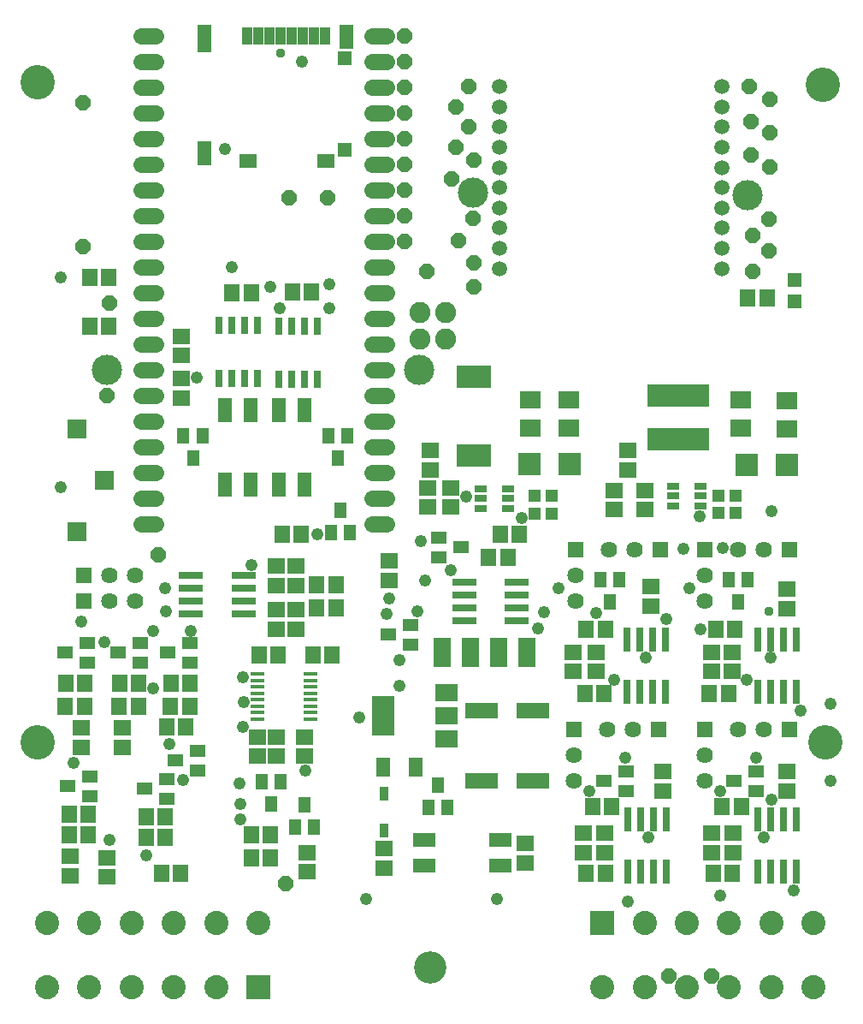
<source format=gts>
G75*
%MOIN*%
%OFA0B0*%
%FSLAX25Y25*%
%IPPOS*%
%LPD*%
%AMOC8*
5,1,8,0,0,1.08239X$1,22.5*
%
%ADD10C,0.11824*%
%ADD11C,0.13398*%
%ADD12C,0.12611*%
%ADD13C,0.09400*%
%ADD14R,0.09400X0.09400*%
%ADD15C,0.05950*%
%ADD16R,0.03162X0.09461*%
%ADD17R,0.03162X0.07099*%
%ADD18R,0.09461X0.03162*%
%ADD19R,0.03950X0.06706*%
%ADD20R,0.05328X0.10643*%
%ADD21R,0.05328X0.09461*%
%ADD22R,0.05367X0.05721*%
%ADD23R,0.05367X0.05524*%
%ADD24R,0.06706X0.05328*%
%ADD25R,0.05918X0.06706*%
%ADD26R,0.06400X0.06400*%
%ADD27C,0.06400*%
%ADD28R,0.06312X0.04737*%
%ADD29R,0.06706X0.05918*%
%ADD30C,0.08200*%
%ADD31R,0.04737X0.06312*%
%ADD32OC8,0.05950*%
%ADD33R,0.05300X0.01700*%
%ADD34R,0.04600X0.01300*%
%ADD35R,0.04737X0.03162*%
%ADD36R,0.08674X0.08674*%
%ADD37R,0.13400X0.08700*%
%ADD38R,0.24422X0.08674*%
%ADD39R,0.05131X0.04737*%
%ADD40R,0.07887X0.07099*%
%ADD41R,0.05500X0.09500*%
%ADD42R,0.08674X0.06706*%
%ADD43R,0.08674X0.15761*%
%ADD44R,0.05800X0.07200*%
%ADD45R,0.08674X0.05524*%
%ADD46R,0.12611X0.06312*%
%ADD47C,0.06400*%
%ADD48R,0.03556X0.05524*%
%ADD49R,0.07296X0.07296*%
%ADD50R,0.07099X0.11430*%
%ADD51R,0.05524X0.05524*%
%ADD52C,0.04800*%
%ADD53C,0.04762*%
%ADD54C,0.03700*%
D10*
X0130934Y0311834D03*
X0252334Y0311834D03*
X0273334Y0380834D03*
X0380334Y0379834D03*
D11*
X0409834Y0422834D03*
X0103834Y0423834D03*
X0103834Y0166834D03*
X0410834Y0166834D03*
D12*
X0256834Y0079197D03*
D13*
X0107307Y0071480D03*
X0123803Y0071480D03*
X0140299Y0071480D03*
X0156795Y0071480D03*
X0173291Y0071480D03*
X0173291Y0096480D03*
X0156795Y0096480D03*
X0140299Y0096480D03*
X0123803Y0096480D03*
X0107307Y0096480D03*
X0189787Y0096480D03*
X0323842Y0071480D03*
X0340299Y0071480D03*
X0356756Y0071480D03*
X0373212Y0071480D03*
X0389669Y0071480D03*
X0406126Y0071480D03*
X0406126Y0096480D03*
X0389669Y0096480D03*
X0373212Y0096480D03*
X0356756Y0096480D03*
X0340299Y0096480D03*
D14*
X0323842Y0096480D03*
X0189787Y0071480D03*
D15*
X0283685Y0351401D03*
X0283685Y0359275D03*
X0283685Y0367149D03*
X0283685Y0375023D03*
X0283685Y0382897D03*
X0283685Y0390771D03*
X0283685Y0398645D03*
X0283685Y0406519D03*
X0283685Y0414393D03*
X0283685Y0422267D03*
X0370299Y0422267D03*
X0370299Y0414393D03*
X0370299Y0406519D03*
X0370299Y0398645D03*
X0370299Y0390771D03*
X0370299Y0382897D03*
X0370299Y0375023D03*
X0370299Y0367149D03*
X0370299Y0359275D03*
X0370299Y0351401D03*
D16*
X0384334Y0207071D03*
X0389334Y0207071D03*
X0394334Y0207071D03*
X0399334Y0207071D03*
X0399334Y0186598D03*
X0394334Y0186598D03*
X0389334Y0186598D03*
X0384334Y0186598D03*
X0348334Y0186598D03*
X0343334Y0186598D03*
X0338334Y0186598D03*
X0333334Y0186598D03*
X0333334Y0207071D03*
X0338334Y0207071D03*
X0343334Y0207071D03*
X0348334Y0207071D03*
X0348834Y0137071D03*
X0343834Y0137071D03*
X0338834Y0137071D03*
X0333834Y0137071D03*
X0333834Y0116598D03*
X0338834Y0116598D03*
X0343834Y0116598D03*
X0348834Y0116598D03*
X0384334Y0116598D03*
X0389334Y0116598D03*
X0394334Y0116598D03*
X0399334Y0116598D03*
X0399334Y0137071D03*
X0394334Y0137071D03*
X0389334Y0137071D03*
X0384334Y0137071D03*
D17*
X0212752Y0308413D03*
X0207752Y0308413D03*
X0202752Y0308413D03*
X0197752Y0308413D03*
X0189602Y0308689D03*
X0184602Y0308689D03*
X0179602Y0308689D03*
X0174602Y0308689D03*
X0197752Y0328885D03*
X0202752Y0328885D03*
X0207752Y0328885D03*
X0212752Y0328885D03*
X0189602Y0329161D03*
X0184602Y0329161D03*
X0179602Y0329161D03*
X0174602Y0329161D03*
D18*
X0184071Y0231834D03*
X0184071Y0226834D03*
X0184071Y0221834D03*
X0184071Y0216834D03*
X0163598Y0216834D03*
X0163598Y0221834D03*
X0163598Y0226834D03*
X0163598Y0231834D03*
X0270098Y0229334D03*
X0270098Y0224334D03*
X0270098Y0219334D03*
X0270098Y0214334D03*
X0290571Y0214334D03*
X0290571Y0219334D03*
X0290571Y0224334D03*
X0290571Y0229334D03*
D19*
X0215693Y0442027D03*
X0211362Y0442027D03*
X0207031Y0442027D03*
X0202700Y0442027D03*
X0198370Y0442027D03*
X0194039Y0442027D03*
X0189708Y0442027D03*
X0185378Y0442027D03*
D20*
X0168803Y0441043D03*
D21*
X0224241Y0441634D03*
X0168803Y0396437D03*
D22*
X0223527Y0433169D03*
D23*
X0223527Y0397736D03*
D24*
X0216283Y0393405D03*
X0185653Y0393405D03*
D25*
X0131574Y0347834D03*
X0124094Y0347834D03*
X0124094Y0328834D03*
X0131574Y0328834D03*
X0179594Y0341834D03*
X0187074Y0341834D03*
X0203094Y0342334D03*
X0210574Y0342334D03*
X0206574Y0247834D03*
X0199094Y0247834D03*
X0212594Y0228334D03*
X0220074Y0228334D03*
X0220074Y0219334D03*
X0212594Y0219334D03*
X0211094Y0200834D03*
X0218574Y0200834D03*
X0197574Y0200834D03*
X0190094Y0200834D03*
X0163174Y0189834D03*
X0155694Y0189834D03*
X0155594Y0180834D03*
X0163074Y0180834D03*
X0161574Y0172834D03*
X0154094Y0172834D03*
X0143074Y0180834D03*
X0135594Y0180834D03*
X0135694Y0189834D03*
X0143174Y0189834D03*
X0122174Y0189834D03*
X0114694Y0189834D03*
X0114594Y0180834D03*
X0122074Y0180834D03*
X0123574Y0138834D03*
X0116094Y0138834D03*
X0116094Y0130834D03*
X0123574Y0130834D03*
X0146094Y0129834D03*
X0153574Y0129834D03*
X0153574Y0137834D03*
X0146094Y0137834D03*
X0152094Y0115834D03*
X0159574Y0115834D03*
X0187094Y0121834D03*
X0194574Y0121834D03*
X0194574Y0130834D03*
X0187094Y0130834D03*
X0317594Y0115834D03*
X0325074Y0115834D03*
X0327574Y0141834D03*
X0320094Y0141834D03*
X0370594Y0141834D03*
X0378074Y0141834D03*
X0374574Y0115834D03*
X0367094Y0115834D03*
X0365494Y0185834D03*
X0372974Y0185834D03*
X0375574Y0210834D03*
X0368094Y0210834D03*
X0325074Y0210834D03*
X0317594Y0210834D03*
X0317094Y0185834D03*
X0324574Y0185834D03*
X0287074Y0238834D03*
X0279594Y0238834D03*
X0284094Y0247834D03*
X0291574Y0247834D03*
X0380594Y0339834D03*
X0388074Y0339834D03*
D26*
X0396834Y0241834D03*
X0363834Y0241834D03*
X0346334Y0241834D03*
X0313334Y0241834D03*
X0312834Y0171834D03*
X0345834Y0171834D03*
X0363834Y0171834D03*
X0396834Y0171834D03*
X0121834Y0221834D03*
X0121834Y0231834D03*
D27*
X0131834Y0231834D03*
X0141834Y0231834D03*
X0141834Y0221834D03*
X0131834Y0221834D03*
X0313334Y0221834D03*
X0313334Y0231834D03*
X0326334Y0241834D03*
X0336334Y0241834D03*
X0363834Y0231834D03*
X0376834Y0241834D03*
X0386834Y0241834D03*
X0363834Y0221834D03*
X0376834Y0171834D03*
X0386834Y0171834D03*
X0363834Y0161834D03*
X0363834Y0151834D03*
X0335834Y0171834D03*
X0325834Y0171834D03*
X0312834Y0161834D03*
X0312834Y0151834D03*
D28*
X0324504Y0151834D03*
X0333165Y0148094D03*
X0333165Y0155574D03*
X0375004Y0151834D03*
X0383665Y0148094D03*
X0383665Y0155574D03*
X0249165Y0205094D03*
X0249165Y0212574D03*
X0240504Y0208834D03*
X0260004Y0239094D03*
X0260004Y0246574D03*
X0268665Y0242834D03*
X0163165Y0205574D03*
X0154504Y0201834D03*
X0163165Y0198094D03*
X0143665Y0198094D03*
X0135004Y0201834D03*
X0143665Y0205574D03*
X0123165Y0205574D03*
X0114504Y0201834D03*
X0123165Y0198094D03*
X0166165Y0163574D03*
X0157504Y0159834D03*
X0166165Y0156094D03*
X0154165Y0152574D03*
X0154165Y0145094D03*
X0145504Y0148834D03*
X0124165Y0146094D03*
X0115504Y0149834D03*
X0124165Y0153574D03*
D29*
X0120834Y0165094D03*
X0120834Y0172574D03*
X0136834Y0172574D03*
X0136834Y0165094D03*
X0189334Y0161594D03*
X0196834Y0161594D03*
X0207834Y0161594D03*
X0207834Y0169074D03*
X0196834Y0169074D03*
X0189334Y0169074D03*
X0196834Y0211094D03*
X0204334Y0211094D03*
X0204334Y0218574D03*
X0196834Y0218574D03*
X0196834Y0228094D03*
X0196834Y0235574D03*
X0204334Y0235574D03*
X0204334Y0228094D03*
X0240834Y0230094D03*
X0240834Y0237574D03*
X0255834Y0258594D03*
X0264834Y0258594D03*
X0264834Y0266074D03*
X0255834Y0266074D03*
X0256834Y0273094D03*
X0256834Y0280574D03*
X0328334Y0265074D03*
X0333834Y0273094D03*
X0340334Y0265074D03*
X0340334Y0257594D03*
X0328334Y0257594D03*
X0333834Y0280574D03*
X0342834Y0227574D03*
X0342834Y0220094D03*
X0321334Y0202074D03*
X0321334Y0194594D03*
X0312434Y0194594D03*
X0312434Y0202074D03*
X0366334Y0202074D03*
X0374334Y0202074D03*
X0374334Y0194594D03*
X0366334Y0194594D03*
X0395834Y0219094D03*
X0395834Y0226574D03*
X0395834Y0155574D03*
X0395834Y0148094D03*
X0374834Y0131574D03*
X0366334Y0131574D03*
X0366334Y0124094D03*
X0374834Y0124094D03*
X0347334Y0148094D03*
X0347334Y0155574D03*
X0324834Y0131574D03*
X0316334Y0131574D03*
X0316334Y0124094D03*
X0324834Y0124094D03*
X0293834Y0127574D03*
X0293834Y0120094D03*
X0238834Y0118094D03*
X0238834Y0125574D03*
X0208834Y0124074D03*
X0208834Y0116594D03*
X0130834Y0114594D03*
X0130834Y0122074D03*
X0116334Y0122574D03*
X0116334Y0115094D03*
X0159834Y0301094D03*
X0159834Y0308574D03*
X0159834Y0317594D03*
X0159834Y0325074D03*
D30*
X0252834Y0323834D03*
X0262834Y0323834D03*
X0262834Y0334334D03*
X0252834Y0334334D03*
D31*
X0224574Y0286165D03*
X0217094Y0286165D03*
X0220834Y0277504D03*
X0221834Y0257165D03*
X0218094Y0248504D03*
X0225574Y0248504D03*
X0164334Y0277504D03*
X0160594Y0286165D03*
X0168074Y0286165D03*
X0323094Y0230165D03*
X0330574Y0230165D03*
X0326834Y0221504D03*
X0373094Y0230165D03*
X0380574Y0230165D03*
X0376834Y0221504D03*
X0259834Y0150165D03*
X0256094Y0141504D03*
X0263574Y0141504D03*
X0211574Y0134004D03*
X0204094Y0134004D03*
X0207834Y0142665D03*
X0194834Y0143004D03*
X0191094Y0151665D03*
X0198574Y0151665D03*
D32*
X0200334Y0111834D03*
X0349834Y0075834D03*
X0366334Y0075834D03*
X0150834Y0239834D03*
X0130756Y0301867D03*
X0131834Y0337834D03*
X0121504Y0359882D03*
X0201834Y0378834D03*
X0216834Y0378834D03*
X0246834Y0381834D03*
X0246834Y0371834D03*
X0246834Y0361834D03*
X0267740Y0362149D03*
X0273795Y0353775D03*
X0273740Y0344401D03*
X0255334Y0350334D03*
X0273295Y0371023D03*
X0265240Y0386397D03*
X0273795Y0393771D03*
X0266740Y0398645D03*
X0271795Y0406519D03*
X0266740Y0414433D03*
X0271795Y0422274D03*
X0246834Y0421834D03*
X0246834Y0431834D03*
X0246834Y0441834D03*
X0246834Y0411834D03*
X0246834Y0401834D03*
X0246834Y0391834D03*
X0121504Y0415882D03*
X0381244Y0422267D03*
X0389086Y0417393D03*
X0381744Y0408559D03*
X0389086Y0404137D03*
X0381744Y0395756D03*
X0389078Y0390889D03*
X0388744Y0370531D03*
X0382578Y0364149D03*
X0388744Y0358275D03*
X0382586Y0350401D03*
D33*
X0210084Y0193584D03*
X0210084Y0191084D03*
X0210084Y0188584D03*
X0210084Y0186084D03*
X0210084Y0183584D03*
X0210084Y0181084D03*
X0210084Y0178584D03*
X0210084Y0176084D03*
X0189584Y0176084D03*
X0189584Y0178584D03*
X0189584Y0181084D03*
X0189584Y0183584D03*
X0189584Y0186084D03*
X0189584Y0188584D03*
X0189584Y0191084D03*
X0189584Y0193584D03*
D34*
X0189634Y0193584D03*
X0189634Y0191084D03*
X0189634Y0188584D03*
X0189634Y0186084D03*
X0189634Y0183584D03*
X0189634Y0181084D03*
X0189634Y0178584D03*
X0189634Y0176084D03*
X0210034Y0176084D03*
X0210034Y0178584D03*
X0210034Y0181084D03*
X0210034Y0183584D03*
X0210034Y0186084D03*
X0210034Y0188584D03*
X0210034Y0191084D03*
X0210034Y0193584D03*
D35*
X0276421Y0258094D03*
X0276421Y0261834D03*
X0276421Y0265574D03*
X0287248Y0265574D03*
X0287248Y0261834D03*
X0287248Y0258094D03*
X0351421Y0259094D03*
X0351421Y0262834D03*
X0351421Y0266574D03*
X0362248Y0266574D03*
X0362248Y0262834D03*
X0362248Y0259094D03*
D36*
X0379960Y0274834D03*
X0395708Y0274834D03*
X0311208Y0275334D03*
X0295460Y0275334D03*
D37*
X0273834Y0278484D03*
X0273834Y0309184D03*
D38*
X0353334Y0301799D03*
X0353334Y0284870D03*
D39*
X0368988Y0262834D03*
X0368988Y0256334D03*
X0375681Y0256334D03*
X0375681Y0262834D03*
X0304181Y0262834D03*
X0297488Y0262834D03*
X0297488Y0255834D03*
X0304181Y0255834D03*
D40*
X0310834Y0289323D03*
X0310834Y0300346D03*
X0295834Y0300346D03*
X0295834Y0289323D03*
X0377834Y0289323D03*
X0377834Y0300346D03*
X0395834Y0299846D03*
X0395834Y0288823D03*
D41*
X0207784Y0296384D03*
X0197884Y0296384D03*
X0186784Y0296384D03*
X0176884Y0296384D03*
X0176884Y0267284D03*
X0186784Y0267284D03*
X0197884Y0267284D03*
X0207784Y0267284D03*
D42*
X0263236Y0186389D03*
X0263236Y0177334D03*
X0263236Y0168279D03*
D43*
X0238433Y0177334D03*
D44*
X0238584Y0157334D03*
X0251084Y0157334D03*
D45*
X0254571Y0128834D03*
X0254571Y0118834D03*
X0284098Y0118834D03*
X0284098Y0128834D03*
D46*
X0276834Y0151834D03*
X0296834Y0151834D03*
X0296834Y0179334D03*
X0276834Y0179334D03*
D47*
X0239634Y0251834D02*
X0234034Y0251834D01*
X0234034Y0261834D02*
X0239634Y0261834D01*
X0239634Y0271834D02*
X0234034Y0271834D01*
X0234034Y0281834D02*
X0239634Y0281834D01*
X0239634Y0291834D02*
X0234034Y0291834D01*
X0234034Y0301834D02*
X0239634Y0301834D01*
X0239634Y0311834D02*
X0234034Y0311834D01*
X0234034Y0321834D02*
X0239634Y0321834D01*
X0239634Y0331834D02*
X0234034Y0331834D01*
X0234034Y0341834D02*
X0239634Y0341834D01*
X0239634Y0351834D02*
X0234034Y0351834D01*
X0234034Y0361834D02*
X0239634Y0361834D01*
X0239634Y0371834D02*
X0234034Y0371834D01*
X0234034Y0381834D02*
X0239634Y0381834D01*
X0239634Y0391834D02*
X0234034Y0391834D01*
X0234034Y0401834D02*
X0239634Y0401834D01*
X0239634Y0411834D02*
X0234034Y0411834D01*
X0234034Y0421834D02*
X0239634Y0421834D01*
X0239634Y0431834D02*
X0234034Y0431834D01*
X0234034Y0441834D02*
X0239634Y0441834D01*
X0149634Y0441834D02*
X0144034Y0441834D01*
X0144034Y0431834D02*
X0149634Y0431834D01*
X0149634Y0421834D02*
X0144034Y0421834D01*
X0144034Y0411834D02*
X0149634Y0411834D01*
X0149634Y0401834D02*
X0144034Y0401834D01*
X0144034Y0391834D02*
X0149634Y0391834D01*
X0149634Y0381834D02*
X0144034Y0381834D01*
X0144034Y0371834D02*
X0149634Y0371834D01*
X0149634Y0361834D02*
X0144034Y0361834D01*
X0144034Y0351834D02*
X0149634Y0351834D01*
X0149634Y0341834D02*
X0144034Y0341834D01*
X0144034Y0331834D02*
X0149634Y0331834D01*
X0149634Y0321834D02*
X0144034Y0321834D01*
X0144034Y0311834D02*
X0149634Y0311834D01*
X0149634Y0301834D02*
X0144034Y0301834D01*
X0144034Y0291834D02*
X0149634Y0291834D01*
X0149634Y0281834D02*
X0144034Y0281834D01*
X0144034Y0271834D02*
X0149634Y0271834D01*
X0149634Y0261834D02*
X0144034Y0261834D01*
X0144034Y0251834D02*
X0149634Y0251834D01*
D48*
X0238834Y0147118D03*
X0238834Y0132551D03*
D49*
X0119234Y0248834D03*
X0129834Y0268834D03*
X0119234Y0288834D03*
D50*
X0261323Y0201834D03*
X0272346Y0201834D03*
X0283323Y0201834D03*
X0294346Y0201834D03*
D51*
X0398834Y0338700D03*
X0398834Y0346968D03*
D52*
X0370834Y0242484D03*
X0348634Y0214834D03*
X0328384Y0191334D03*
X0301184Y0217584D03*
X0253084Y0245234D03*
X0240834Y0222834D03*
X0244884Y0188934D03*
X0229134Y0176784D03*
X0208234Y0155884D03*
X0184234Y0182784D03*
X0183734Y0192234D03*
X0154984Y0166184D03*
X0131634Y0128834D03*
X0146184Y0122834D03*
X0112834Y0266284D03*
X0380134Y0191334D03*
X0401284Y0179284D03*
X0389884Y0144684D03*
X0398584Y0109384D03*
D53*
X0369834Y0107334D03*
X0386834Y0129834D03*
X0369834Y0147834D03*
X0383834Y0160834D03*
X0412834Y0151834D03*
X0412834Y0181834D03*
X0389334Y0199834D03*
X0362134Y0210834D03*
X0357834Y0226834D03*
X0355334Y0242334D03*
X0361834Y0254834D03*
X0389834Y0256834D03*
X0321334Y0217334D03*
X0306834Y0226834D03*
X0298834Y0211334D03*
X0264834Y0233834D03*
X0254834Y0229834D03*
X0251834Y0217834D03*
X0239834Y0216834D03*
X0244834Y0198834D03*
X0183834Y0172834D03*
X0148834Y0187834D03*
X0129834Y0205834D03*
X0120834Y0213834D03*
X0148834Y0210334D03*
X0163334Y0210334D03*
X0153834Y0217834D03*
X0153334Y0226834D03*
X0187284Y0235934D03*
X0212834Y0247834D03*
X0270634Y0262634D03*
X0292334Y0254334D03*
X0340834Y0199834D03*
X0332834Y0160834D03*
X0318834Y0147834D03*
X0341834Y0129834D03*
X0333834Y0104834D03*
X0282834Y0105834D03*
X0231834Y0105834D03*
X0182834Y0136834D03*
X0182834Y0142834D03*
X0182334Y0150834D03*
X0160334Y0152334D03*
X0117834Y0158834D03*
X0165834Y0308834D03*
X0197984Y0335984D03*
X0194334Y0344334D03*
X0179334Y0351834D03*
X0217334Y0345334D03*
X0217334Y0335984D03*
X0176834Y0397834D03*
X0206834Y0431834D03*
X0112834Y0347834D03*
D54*
X0198334Y0435334D03*
X0388834Y0217834D03*
M02*

</source>
